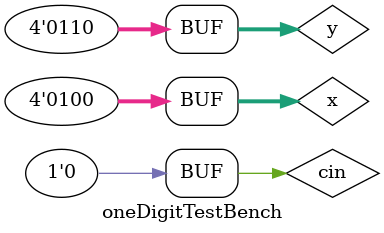
<source format=v>
`timescale 1ns / 1ps


module oneDigitTestBench;

reg [3:0] x, y;
reg cin;
wire [3:0] sum;
wire cout;

oneDigitBCDAdder UUT (
    .cin(cin), 
    .x(x), 
    .y(y), 
    .sum(sum), 
    .cout(cout)
    );

    initial begin
        x = 4'd0; y = 4'd0; cin = 1'b0; #100;
        x = 4'd1; y = 4'd1; cin = 1'b0; #100;
        x = 4'd8; y = 4'd9; cin = 1'b1; #100;
        x = 4'd2; y = 4'd1; cin = 1'b0; #100;
        x = 4'd9; y = 4'd4; cin = 1'b0; #100;
        x = 4'd1; y = 4'd2; cin = 1'b1; #100;
        x = 4'd3; y = 4'd6; cin = 1'b0; #100;
        x = 4'd4; y = 4'd6; cin = 1'b0; #100;
    end
    
endmodule

</source>
